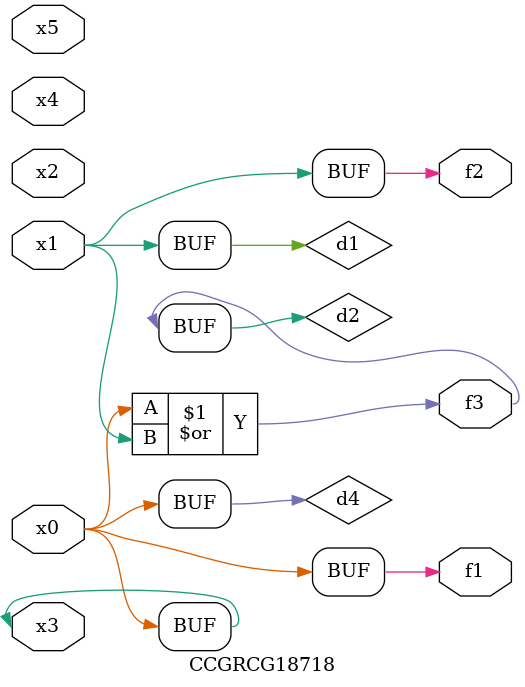
<source format=v>
module CCGRCG18718(
	input x0, x1, x2, x3, x4, x5,
	output f1, f2, f3
);

	wire d1, d2, d3, d4;

	and (d1, x1);
	or (d2, x0, x1);
	nand (d3, x0, x5);
	buf (d4, x0, x3);
	assign f1 = d4;
	assign f2 = d1;
	assign f3 = d2;
endmodule

</source>
